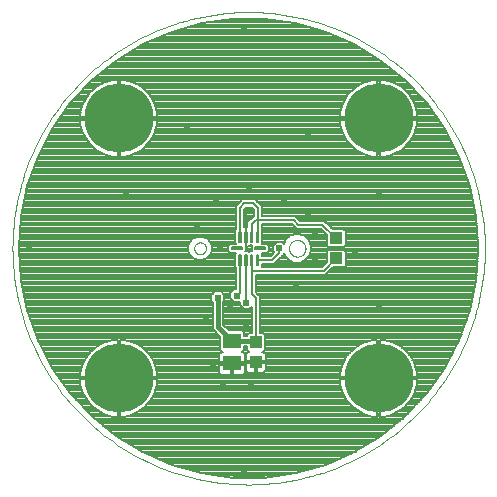
<source format=gtl>
G75*
%MOIN*%
%OFA0B0*%
%FSLAX25Y25*%
%IPPOS*%
%LPD*%
%AMOC8*
5,1,8,0,0,1.08239X$1,22.5*
%
%ADD10C,0.00394*%
%ADD11C,0.00000*%
%ADD12C,0.00591*%
%ADD13R,0.05906X0.05118*%
%ADD14R,0.03937X0.04331*%
%ADD15R,0.04331X0.03937*%
%ADD16C,0.23000*%
%ADD17C,0.00787*%
%ADD18C,0.02381*%
%ADD19C,0.01575*%
D10*
X0001394Y0080134D02*
X0001418Y0082066D01*
X0001489Y0083998D01*
X0001607Y0085926D01*
X0001773Y0087852D01*
X0001986Y0089773D01*
X0002246Y0091688D01*
X0002553Y0093596D01*
X0002907Y0095495D01*
X0003307Y0097386D01*
X0003754Y0099266D01*
X0004246Y0101135D01*
X0004785Y0102991D01*
X0005368Y0104833D01*
X0005997Y0106661D01*
X0006670Y0108472D01*
X0007388Y0110266D01*
X0008149Y0112043D01*
X0008954Y0113800D01*
X0009802Y0115536D01*
X0010692Y0117252D01*
X0011623Y0118945D01*
X0012596Y0120614D01*
X0013610Y0122260D01*
X0014664Y0123880D01*
X0015757Y0125473D01*
X0016889Y0127039D01*
X0018060Y0128577D01*
X0019267Y0130086D01*
X0020511Y0131565D01*
X0021792Y0133013D01*
X0023107Y0134428D01*
X0024456Y0135812D01*
X0025840Y0137161D01*
X0027255Y0138476D01*
X0028703Y0139757D01*
X0030182Y0141001D01*
X0031691Y0142208D01*
X0033229Y0143379D01*
X0034795Y0144511D01*
X0036388Y0145604D01*
X0038008Y0146658D01*
X0039654Y0147672D01*
X0041323Y0148645D01*
X0043016Y0149576D01*
X0044732Y0150466D01*
X0046468Y0151314D01*
X0048225Y0152119D01*
X0050002Y0152880D01*
X0051796Y0153598D01*
X0053607Y0154271D01*
X0055435Y0154900D01*
X0057277Y0155483D01*
X0059133Y0156022D01*
X0061002Y0156514D01*
X0062882Y0156961D01*
X0064773Y0157361D01*
X0066672Y0157715D01*
X0068580Y0158022D01*
X0070495Y0158282D01*
X0072416Y0158495D01*
X0074342Y0158661D01*
X0076270Y0158779D01*
X0078202Y0158850D01*
X0080134Y0158874D01*
X0082066Y0158850D01*
X0083998Y0158779D01*
X0085926Y0158661D01*
X0087852Y0158495D01*
X0089773Y0158282D01*
X0091688Y0158022D01*
X0093596Y0157715D01*
X0095495Y0157361D01*
X0097386Y0156961D01*
X0099266Y0156514D01*
X0101135Y0156022D01*
X0102991Y0155483D01*
X0104833Y0154900D01*
X0106661Y0154271D01*
X0108472Y0153598D01*
X0110266Y0152880D01*
X0112043Y0152119D01*
X0113800Y0151314D01*
X0115536Y0150466D01*
X0117252Y0149576D01*
X0118945Y0148645D01*
X0120614Y0147672D01*
X0122260Y0146658D01*
X0123880Y0145604D01*
X0125473Y0144511D01*
X0127039Y0143379D01*
X0128577Y0142208D01*
X0130086Y0141001D01*
X0131565Y0139757D01*
X0133013Y0138476D01*
X0134428Y0137161D01*
X0135812Y0135812D01*
X0137161Y0134428D01*
X0138476Y0133013D01*
X0139757Y0131565D01*
X0141001Y0130086D01*
X0142208Y0128577D01*
X0143379Y0127039D01*
X0144511Y0125473D01*
X0145604Y0123880D01*
X0146658Y0122260D01*
X0147672Y0120614D01*
X0148645Y0118945D01*
X0149576Y0117252D01*
X0150466Y0115536D01*
X0151314Y0113800D01*
X0152119Y0112043D01*
X0152880Y0110266D01*
X0153598Y0108472D01*
X0154271Y0106661D01*
X0154900Y0104833D01*
X0155483Y0102991D01*
X0156022Y0101135D01*
X0156514Y0099266D01*
X0156961Y0097386D01*
X0157361Y0095495D01*
X0157715Y0093596D01*
X0158022Y0091688D01*
X0158282Y0089773D01*
X0158495Y0087852D01*
X0158661Y0085926D01*
X0158779Y0083998D01*
X0158850Y0082066D01*
X0158874Y0080134D01*
X0158850Y0078202D01*
X0158779Y0076270D01*
X0158661Y0074342D01*
X0158495Y0072416D01*
X0158282Y0070495D01*
X0158022Y0068580D01*
X0157715Y0066672D01*
X0157361Y0064773D01*
X0156961Y0062882D01*
X0156514Y0061002D01*
X0156022Y0059133D01*
X0155483Y0057277D01*
X0154900Y0055435D01*
X0154271Y0053607D01*
X0153598Y0051796D01*
X0152880Y0050002D01*
X0152119Y0048225D01*
X0151314Y0046468D01*
X0150466Y0044732D01*
X0149576Y0043016D01*
X0148645Y0041323D01*
X0147672Y0039654D01*
X0146658Y0038008D01*
X0145604Y0036388D01*
X0144511Y0034795D01*
X0143379Y0033229D01*
X0142208Y0031691D01*
X0141001Y0030182D01*
X0139757Y0028703D01*
X0138476Y0027255D01*
X0137161Y0025840D01*
X0135812Y0024456D01*
X0134428Y0023107D01*
X0133013Y0021792D01*
X0131565Y0020511D01*
X0130086Y0019267D01*
X0128577Y0018060D01*
X0127039Y0016889D01*
X0125473Y0015757D01*
X0123880Y0014664D01*
X0122260Y0013610D01*
X0120614Y0012596D01*
X0118945Y0011623D01*
X0117252Y0010692D01*
X0115536Y0009802D01*
X0113800Y0008954D01*
X0112043Y0008149D01*
X0110266Y0007388D01*
X0108472Y0006670D01*
X0106661Y0005997D01*
X0104833Y0005368D01*
X0102991Y0004785D01*
X0101135Y0004246D01*
X0099266Y0003754D01*
X0097386Y0003307D01*
X0095495Y0002907D01*
X0093596Y0002553D01*
X0091688Y0002246D01*
X0089773Y0001986D01*
X0087852Y0001773D01*
X0085926Y0001607D01*
X0083998Y0001489D01*
X0082066Y0001418D01*
X0080134Y0001394D01*
X0078202Y0001418D01*
X0076270Y0001489D01*
X0074342Y0001607D01*
X0072416Y0001773D01*
X0070495Y0001986D01*
X0068580Y0002246D01*
X0066672Y0002553D01*
X0064773Y0002907D01*
X0062882Y0003307D01*
X0061002Y0003754D01*
X0059133Y0004246D01*
X0057277Y0004785D01*
X0055435Y0005368D01*
X0053607Y0005997D01*
X0051796Y0006670D01*
X0050002Y0007388D01*
X0048225Y0008149D01*
X0046468Y0008954D01*
X0044732Y0009802D01*
X0043016Y0010692D01*
X0041323Y0011623D01*
X0039654Y0012596D01*
X0038008Y0013610D01*
X0036388Y0014664D01*
X0034795Y0015757D01*
X0033229Y0016889D01*
X0031691Y0018060D01*
X0030182Y0019267D01*
X0028703Y0020511D01*
X0027255Y0021792D01*
X0025840Y0023107D01*
X0024456Y0024456D01*
X0023107Y0025840D01*
X0021792Y0027255D01*
X0020511Y0028703D01*
X0019267Y0030182D01*
X0018060Y0031691D01*
X0016889Y0033229D01*
X0015757Y0034795D01*
X0014664Y0036388D01*
X0013610Y0038008D01*
X0012596Y0039654D01*
X0011623Y0041323D01*
X0010692Y0043016D01*
X0009802Y0044732D01*
X0008954Y0046468D01*
X0008149Y0048225D01*
X0007388Y0050002D01*
X0006670Y0051796D01*
X0005997Y0053607D01*
X0005368Y0055435D01*
X0004785Y0057277D01*
X0004246Y0059133D01*
X0003754Y0061002D01*
X0003307Y0062882D01*
X0002907Y0064773D01*
X0002553Y0066672D01*
X0002246Y0068580D01*
X0001986Y0070495D01*
X0001773Y0072416D01*
X0001607Y0074342D01*
X0001489Y0076270D01*
X0001418Y0078202D01*
X0001394Y0080134D01*
D11*
X0061964Y0080134D02*
X0061966Y0080222D01*
X0061972Y0080310D01*
X0061982Y0080398D01*
X0061996Y0080486D01*
X0062013Y0080572D01*
X0062035Y0080658D01*
X0062060Y0080742D01*
X0062090Y0080826D01*
X0062122Y0080908D01*
X0062159Y0080988D01*
X0062199Y0081067D01*
X0062243Y0081144D01*
X0062290Y0081219D01*
X0062340Y0081291D01*
X0062394Y0081362D01*
X0062450Y0081429D01*
X0062510Y0081495D01*
X0062572Y0081557D01*
X0062638Y0081617D01*
X0062705Y0081673D01*
X0062776Y0081727D01*
X0062848Y0081777D01*
X0062923Y0081824D01*
X0063000Y0081868D01*
X0063079Y0081908D01*
X0063159Y0081945D01*
X0063241Y0081977D01*
X0063325Y0082007D01*
X0063409Y0082032D01*
X0063495Y0082054D01*
X0063581Y0082071D01*
X0063669Y0082085D01*
X0063757Y0082095D01*
X0063845Y0082101D01*
X0063933Y0082103D01*
X0064021Y0082101D01*
X0064109Y0082095D01*
X0064197Y0082085D01*
X0064285Y0082071D01*
X0064371Y0082054D01*
X0064457Y0082032D01*
X0064541Y0082007D01*
X0064625Y0081977D01*
X0064707Y0081945D01*
X0064787Y0081908D01*
X0064866Y0081868D01*
X0064943Y0081824D01*
X0065018Y0081777D01*
X0065090Y0081727D01*
X0065161Y0081673D01*
X0065228Y0081617D01*
X0065294Y0081557D01*
X0065356Y0081495D01*
X0065416Y0081429D01*
X0065472Y0081362D01*
X0065526Y0081291D01*
X0065576Y0081219D01*
X0065623Y0081144D01*
X0065667Y0081067D01*
X0065707Y0080988D01*
X0065744Y0080908D01*
X0065776Y0080826D01*
X0065806Y0080742D01*
X0065831Y0080658D01*
X0065853Y0080572D01*
X0065870Y0080486D01*
X0065884Y0080398D01*
X0065894Y0080310D01*
X0065900Y0080222D01*
X0065902Y0080134D01*
X0065900Y0080046D01*
X0065894Y0079958D01*
X0065884Y0079870D01*
X0065870Y0079782D01*
X0065853Y0079696D01*
X0065831Y0079610D01*
X0065806Y0079526D01*
X0065776Y0079442D01*
X0065744Y0079360D01*
X0065707Y0079280D01*
X0065667Y0079201D01*
X0065623Y0079124D01*
X0065576Y0079049D01*
X0065526Y0078977D01*
X0065472Y0078906D01*
X0065416Y0078839D01*
X0065356Y0078773D01*
X0065294Y0078711D01*
X0065228Y0078651D01*
X0065161Y0078595D01*
X0065090Y0078541D01*
X0065018Y0078491D01*
X0064943Y0078444D01*
X0064866Y0078400D01*
X0064787Y0078360D01*
X0064707Y0078323D01*
X0064625Y0078291D01*
X0064541Y0078261D01*
X0064457Y0078236D01*
X0064371Y0078214D01*
X0064285Y0078197D01*
X0064197Y0078183D01*
X0064109Y0078173D01*
X0064021Y0078167D01*
X0063933Y0078165D01*
X0063845Y0078167D01*
X0063757Y0078173D01*
X0063669Y0078183D01*
X0063581Y0078197D01*
X0063495Y0078214D01*
X0063409Y0078236D01*
X0063325Y0078261D01*
X0063241Y0078291D01*
X0063159Y0078323D01*
X0063079Y0078360D01*
X0063000Y0078400D01*
X0062923Y0078444D01*
X0062848Y0078491D01*
X0062776Y0078541D01*
X0062705Y0078595D01*
X0062638Y0078651D01*
X0062572Y0078711D01*
X0062510Y0078773D01*
X0062450Y0078839D01*
X0062394Y0078906D01*
X0062340Y0078977D01*
X0062290Y0079049D01*
X0062243Y0079124D01*
X0062199Y0079201D01*
X0062159Y0079280D01*
X0062122Y0079360D01*
X0062090Y0079442D01*
X0062060Y0079526D01*
X0062035Y0079610D01*
X0062013Y0079696D01*
X0061996Y0079782D01*
X0061982Y0079870D01*
X0061972Y0079958D01*
X0061966Y0080046D01*
X0061964Y0080134D01*
X0093579Y0080134D02*
X0093581Y0080239D01*
X0093587Y0080344D01*
X0093597Y0080448D01*
X0093611Y0080552D01*
X0093629Y0080656D01*
X0093651Y0080758D01*
X0093676Y0080860D01*
X0093706Y0080961D01*
X0093739Y0081060D01*
X0093776Y0081158D01*
X0093817Y0081255D01*
X0093862Y0081350D01*
X0093910Y0081443D01*
X0093961Y0081535D01*
X0094017Y0081624D01*
X0094075Y0081711D01*
X0094137Y0081796D01*
X0094201Y0081879D01*
X0094269Y0081959D01*
X0094340Y0082036D01*
X0094414Y0082110D01*
X0094491Y0082182D01*
X0094570Y0082251D01*
X0094652Y0082316D01*
X0094736Y0082379D01*
X0094823Y0082438D01*
X0094912Y0082494D01*
X0095003Y0082547D01*
X0095096Y0082596D01*
X0095190Y0082641D01*
X0095286Y0082683D01*
X0095384Y0082721D01*
X0095483Y0082755D01*
X0095584Y0082786D01*
X0095685Y0082812D01*
X0095788Y0082835D01*
X0095891Y0082854D01*
X0095995Y0082869D01*
X0096099Y0082880D01*
X0096204Y0082887D01*
X0096309Y0082890D01*
X0096414Y0082889D01*
X0096519Y0082884D01*
X0096623Y0082875D01*
X0096727Y0082862D01*
X0096831Y0082845D01*
X0096934Y0082824D01*
X0097036Y0082799D01*
X0097137Y0082771D01*
X0097236Y0082738D01*
X0097335Y0082702D01*
X0097432Y0082662D01*
X0097527Y0082619D01*
X0097621Y0082571D01*
X0097713Y0082521D01*
X0097803Y0082467D01*
X0097891Y0082409D01*
X0097976Y0082348D01*
X0098059Y0082284D01*
X0098140Y0082217D01*
X0098218Y0082147D01*
X0098293Y0082073D01*
X0098365Y0081998D01*
X0098435Y0081919D01*
X0098501Y0081838D01*
X0098565Y0081754D01*
X0098625Y0081668D01*
X0098681Y0081580D01*
X0098735Y0081489D01*
X0098785Y0081397D01*
X0098831Y0081303D01*
X0098874Y0081207D01*
X0098913Y0081109D01*
X0098948Y0081011D01*
X0098979Y0080910D01*
X0099007Y0080809D01*
X0099031Y0080707D01*
X0099051Y0080604D01*
X0099067Y0080500D01*
X0099079Y0080396D01*
X0099087Y0080291D01*
X0099091Y0080186D01*
X0099091Y0080082D01*
X0099087Y0079977D01*
X0099079Y0079872D01*
X0099067Y0079768D01*
X0099051Y0079664D01*
X0099031Y0079561D01*
X0099007Y0079459D01*
X0098979Y0079358D01*
X0098948Y0079257D01*
X0098913Y0079159D01*
X0098874Y0079061D01*
X0098831Y0078965D01*
X0098785Y0078871D01*
X0098735Y0078779D01*
X0098681Y0078688D01*
X0098625Y0078600D01*
X0098565Y0078514D01*
X0098501Y0078430D01*
X0098435Y0078349D01*
X0098365Y0078270D01*
X0098293Y0078195D01*
X0098218Y0078121D01*
X0098140Y0078051D01*
X0098059Y0077984D01*
X0097976Y0077920D01*
X0097891Y0077859D01*
X0097803Y0077801D01*
X0097713Y0077747D01*
X0097621Y0077697D01*
X0097527Y0077649D01*
X0097432Y0077606D01*
X0097335Y0077566D01*
X0097236Y0077530D01*
X0097137Y0077497D01*
X0097036Y0077469D01*
X0096934Y0077444D01*
X0096831Y0077423D01*
X0096727Y0077406D01*
X0096623Y0077393D01*
X0096519Y0077384D01*
X0096414Y0077379D01*
X0096309Y0077378D01*
X0096204Y0077381D01*
X0096099Y0077388D01*
X0095995Y0077399D01*
X0095891Y0077414D01*
X0095788Y0077433D01*
X0095685Y0077456D01*
X0095584Y0077482D01*
X0095483Y0077513D01*
X0095384Y0077547D01*
X0095286Y0077585D01*
X0095190Y0077627D01*
X0095096Y0077672D01*
X0095003Y0077721D01*
X0094912Y0077774D01*
X0094823Y0077830D01*
X0094736Y0077889D01*
X0094652Y0077952D01*
X0094570Y0078017D01*
X0094491Y0078086D01*
X0094414Y0078158D01*
X0094340Y0078232D01*
X0094269Y0078309D01*
X0094201Y0078389D01*
X0094137Y0078472D01*
X0094075Y0078557D01*
X0094017Y0078644D01*
X0093961Y0078733D01*
X0093910Y0078825D01*
X0093862Y0078918D01*
X0093817Y0079013D01*
X0093776Y0079110D01*
X0093739Y0079208D01*
X0093706Y0079307D01*
X0093676Y0079408D01*
X0093651Y0079510D01*
X0093629Y0079612D01*
X0093611Y0079716D01*
X0093597Y0079820D01*
X0093587Y0079924D01*
X0093581Y0080029D01*
X0093579Y0080134D01*
D12*
X0082398Y0079839D02*
X0082398Y0080429D01*
X0085744Y0080429D01*
X0085744Y0079839D01*
X0082398Y0079839D01*
X0082398Y0080429D02*
X0085744Y0080429D01*
X0083382Y0085744D02*
X0082792Y0085744D01*
X0083382Y0085744D02*
X0083382Y0082398D01*
X0082792Y0082398D01*
X0082792Y0085744D01*
X0082792Y0082988D02*
X0083382Y0082988D01*
X0083382Y0083578D02*
X0082792Y0083578D01*
X0082792Y0084168D02*
X0083382Y0084168D01*
X0083382Y0084758D02*
X0082792Y0084758D01*
X0082792Y0085348D02*
X0083382Y0085348D01*
X0081413Y0085744D02*
X0080823Y0085744D01*
X0081413Y0085744D02*
X0081413Y0082398D01*
X0080823Y0082398D01*
X0080823Y0085744D01*
X0080823Y0082988D02*
X0081413Y0082988D01*
X0081413Y0083578D02*
X0080823Y0083578D01*
X0080823Y0084168D02*
X0081413Y0084168D01*
X0081413Y0084758D02*
X0080823Y0084758D01*
X0080823Y0085348D02*
X0081413Y0085348D01*
X0079445Y0085744D02*
X0078855Y0085744D01*
X0079445Y0085744D02*
X0079445Y0082398D01*
X0078855Y0082398D01*
X0078855Y0085744D01*
X0078855Y0082988D02*
X0079445Y0082988D01*
X0079445Y0083578D02*
X0078855Y0083578D01*
X0078855Y0084168D02*
X0079445Y0084168D01*
X0079445Y0084758D02*
X0078855Y0084758D01*
X0078855Y0085348D02*
X0079445Y0085348D01*
X0077476Y0085744D02*
X0076886Y0085744D01*
X0077476Y0085744D02*
X0077476Y0082398D01*
X0076886Y0082398D01*
X0076886Y0085744D01*
X0076886Y0082988D02*
X0077476Y0082988D01*
X0077476Y0083578D02*
X0076886Y0083578D01*
X0076886Y0084168D02*
X0077476Y0084168D01*
X0077476Y0084758D02*
X0076886Y0084758D01*
X0076886Y0085348D02*
X0077476Y0085348D01*
X0074524Y0080429D02*
X0074524Y0079839D01*
X0074524Y0080429D02*
X0077870Y0080429D01*
X0077870Y0079839D01*
X0074524Y0079839D01*
X0074524Y0080429D02*
X0077870Y0080429D01*
X0077476Y0077870D02*
X0076886Y0077870D01*
X0077476Y0077870D02*
X0077476Y0074524D01*
X0076886Y0074524D01*
X0076886Y0077870D01*
X0076886Y0075114D02*
X0077476Y0075114D01*
X0077476Y0075704D02*
X0076886Y0075704D01*
X0076886Y0076294D02*
X0077476Y0076294D01*
X0077476Y0076884D02*
X0076886Y0076884D01*
X0076886Y0077474D02*
X0077476Y0077474D01*
X0078855Y0077870D02*
X0079445Y0077870D01*
X0079445Y0074524D01*
X0078855Y0074524D01*
X0078855Y0077870D01*
X0078855Y0075114D02*
X0079445Y0075114D01*
X0079445Y0075704D02*
X0078855Y0075704D01*
X0078855Y0076294D02*
X0079445Y0076294D01*
X0079445Y0076884D02*
X0078855Y0076884D01*
X0078855Y0077474D02*
X0079445Y0077474D01*
X0080823Y0077870D02*
X0081413Y0077870D01*
X0081413Y0074524D01*
X0080823Y0074524D01*
X0080823Y0077870D01*
X0080823Y0075114D02*
X0081413Y0075114D01*
X0081413Y0075704D02*
X0080823Y0075704D01*
X0080823Y0076294D02*
X0081413Y0076294D01*
X0081413Y0076884D02*
X0080823Y0076884D01*
X0080823Y0077474D02*
X0081413Y0077474D01*
X0082792Y0077870D02*
X0083382Y0077870D01*
X0083382Y0074524D01*
X0082792Y0074524D01*
X0082792Y0077870D01*
X0082792Y0075114D02*
X0083382Y0075114D01*
X0083382Y0075704D02*
X0082792Y0075704D01*
X0082792Y0076294D02*
X0083382Y0076294D01*
X0083382Y0076884D02*
X0082792Y0076884D01*
X0082792Y0077474D02*
X0083382Y0077474D01*
D13*
X0074622Y0049228D03*
X0074622Y0041748D03*
D14*
X0082496Y0042142D03*
X0082496Y0048835D03*
D15*
X0109268Y0076787D03*
X0109268Y0083480D03*
D16*
X0123441Y0123441D03*
X0123441Y0036827D03*
X0036827Y0036827D03*
X0036827Y0123441D03*
D17*
X0031756Y0024971D02*
X0027120Y0024971D01*
X0027854Y0024185D02*
X0034289Y0024185D01*
X0033690Y0024304D02*
X0034933Y0024057D01*
X0036193Y0023933D01*
X0036433Y0023933D01*
X0036433Y0036433D01*
X0037220Y0036433D01*
X0037220Y0023933D01*
X0037460Y0023933D01*
X0038721Y0024057D01*
X0039963Y0024304D01*
X0041176Y0024672D01*
X0042346Y0025157D01*
X0043463Y0025754D01*
X0044517Y0026458D01*
X0045496Y0027262D01*
X0046392Y0028157D01*
X0047196Y0029137D01*
X0047899Y0030190D01*
X0048497Y0031307D01*
X0048981Y0032478D01*
X0049349Y0033690D01*
X0049596Y0034933D01*
X0049720Y0036193D01*
X0049720Y0036433D01*
X0037221Y0036433D01*
X0037221Y0037220D01*
X0049720Y0037220D01*
X0049720Y0037460D01*
X0049596Y0038721D01*
X0049349Y0039963D01*
X0048981Y0041176D01*
X0048497Y0042346D01*
X0047899Y0043463D01*
X0047196Y0044517D01*
X0046392Y0045496D01*
X0045496Y0046392D01*
X0044517Y0047196D01*
X0043463Y0047899D01*
X0042346Y0048497D01*
X0041176Y0048981D01*
X0039963Y0049349D01*
X0038721Y0049596D01*
X0037460Y0049720D01*
X0037220Y0049720D01*
X0037220Y0037221D01*
X0036433Y0037221D01*
X0036433Y0049720D01*
X0036193Y0049720D01*
X0034933Y0049596D01*
X0033690Y0049349D01*
X0032478Y0048981D01*
X0031307Y0048497D01*
X0030190Y0047899D01*
X0029137Y0047196D01*
X0028157Y0046392D01*
X0027262Y0045496D01*
X0026458Y0044517D01*
X0025754Y0043463D01*
X0025157Y0042346D01*
X0024672Y0041176D01*
X0024304Y0039963D01*
X0024057Y0038721D01*
X0023933Y0037460D01*
X0023933Y0037220D01*
X0036433Y0037220D01*
X0036433Y0036433D01*
X0023933Y0036433D01*
X0023933Y0036193D01*
X0024057Y0034933D01*
X0024304Y0033690D01*
X0024672Y0032478D01*
X0025157Y0031307D01*
X0025754Y0030190D01*
X0026458Y0029137D01*
X0027262Y0028157D01*
X0028157Y0027262D01*
X0029137Y0026458D01*
X0030190Y0025754D01*
X0031307Y0025157D01*
X0032478Y0024672D01*
X0033690Y0024304D01*
X0036433Y0024185D02*
X0037220Y0024185D01*
X0037220Y0024971D02*
X0036433Y0024971D01*
X0036433Y0025757D02*
X0037220Y0025757D01*
X0037220Y0026543D02*
X0036433Y0026543D01*
X0036433Y0027329D02*
X0037220Y0027329D01*
X0037220Y0028115D02*
X0036433Y0028115D01*
X0036433Y0028901D02*
X0037220Y0028901D01*
X0037220Y0029687D02*
X0036433Y0029687D01*
X0036433Y0030472D02*
X0037220Y0030472D01*
X0037220Y0031258D02*
X0036433Y0031258D01*
X0036433Y0032044D02*
X0037220Y0032044D01*
X0037220Y0032830D02*
X0036433Y0032830D01*
X0036433Y0033616D02*
X0037220Y0033616D01*
X0037220Y0034402D02*
X0036433Y0034402D01*
X0036433Y0035188D02*
X0037220Y0035188D01*
X0037220Y0035974D02*
X0036433Y0035974D01*
X0036433Y0036760D02*
X0017239Y0036760D01*
X0016684Y0037546D02*
X0023941Y0037546D01*
X0024019Y0038332D02*
X0016129Y0038332D01*
X0015575Y0039118D02*
X0024136Y0039118D01*
X0024292Y0039903D02*
X0015020Y0039903D01*
X0014707Y0040347D02*
X0009899Y0049626D01*
X0006399Y0059474D01*
X0004272Y0069707D01*
X0003559Y0080134D01*
X0004272Y0090561D01*
X0006399Y0100793D01*
X0009899Y0110641D01*
X0014707Y0119921D01*
X0020734Y0128459D01*
X0027867Y0136097D01*
X0035975Y0142693D01*
X0044904Y0148123D01*
X0054491Y0152287D01*
X0064554Y0155107D01*
X0074908Y0156530D01*
X0085359Y0156530D01*
X0095713Y0155107D01*
X0105777Y0152287D01*
X0115363Y0148123D01*
X0124293Y0142693D01*
X0132400Y0136097D01*
X0139534Y0128459D01*
X0145561Y0119921D01*
X0150369Y0110641D01*
X0153869Y0100793D01*
X0155995Y0090561D01*
X0156709Y0080134D01*
X0155995Y0069707D01*
X0153869Y0059474D01*
X0150369Y0049626D01*
X0145561Y0040347D01*
X0139534Y0031808D01*
X0132400Y0024170D01*
X0124293Y0017575D01*
X0115363Y0012144D01*
X0105777Y0007980D01*
X0095713Y0005161D01*
X0085360Y0003738D01*
X0074908Y0003738D01*
X0064554Y0005161D01*
X0054491Y0007980D01*
X0044904Y0012144D01*
X0035975Y0017575D01*
X0027867Y0024170D01*
X0020734Y0031808D01*
X0014707Y0040347D01*
X0014529Y0040689D02*
X0024525Y0040689D01*
X0024796Y0041475D02*
X0014122Y0041475D01*
X0013715Y0042261D02*
X0025122Y0042261D01*
X0025532Y0043047D02*
X0013308Y0043047D01*
X0012900Y0043833D02*
X0026001Y0043833D01*
X0026542Y0044619D02*
X0012493Y0044619D01*
X0012086Y0045405D02*
X0027187Y0045405D01*
X0027956Y0046191D02*
X0011679Y0046191D01*
X0011272Y0046977D02*
X0028870Y0046977D01*
X0029985Y0047763D02*
X0010864Y0047763D01*
X0010457Y0048548D02*
X0031433Y0048548D01*
X0033641Y0049334D02*
X0010050Y0049334D01*
X0009723Y0050120D02*
X0070685Y0050120D01*
X0070685Y0050660D02*
X0070685Y0046262D01*
X0071262Y0045685D01*
X0071427Y0045685D01*
X0071131Y0045606D01*
X0070814Y0045422D01*
X0070554Y0045163D01*
X0070371Y0044845D01*
X0070276Y0044491D01*
X0070276Y0042142D01*
X0074228Y0042142D01*
X0074228Y0041354D01*
X0070276Y0041354D01*
X0070276Y0039005D01*
X0070371Y0038651D01*
X0070554Y0038333D01*
X0070814Y0038074D01*
X0071131Y0037890D01*
X0071486Y0037795D01*
X0074228Y0037795D01*
X0074228Y0041354D01*
X0075016Y0041354D01*
X0075016Y0042142D01*
X0078968Y0042142D01*
X0078968Y0044491D01*
X0078874Y0044845D01*
X0078690Y0045163D01*
X0078431Y0045422D01*
X0078113Y0045606D01*
X0077817Y0045685D01*
X0077982Y0045685D01*
X0078559Y0046262D01*
X0078559Y0047457D01*
X0079543Y0047457D01*
X0079543Y0046262D01*
X0080120Y0045685D01*
X0080285Y0045685D01*
X0079990Y0045606D01*
X0079672Y0045422D01*
X0079412Y0045163D01*
X0079229Y0044845D01*
X0079134Y0044491D01*
X0079134Y0042535D01*
X0082102Y0042535D01*
X0082102Y0041748D01*
X0079134Y0041748D01*
X0079134Y0039793D01*
X0079229Y0039438D01*
X0079412Y0039121D01*
X0079672Y0038861D01*
X0079990Y0038678D01*
X0080344Y0038583D01*
X0082102Y0038583D01*
X0082102Y0041748D01*
X0082890Y0041748D01*
X0082890Y0042535D01*
X0085858Y0042535D01*
X0085858Y0044491D01*
X0085763Y0044845D01*
X0085580Y0045163D01*
X0085320Y0045422D01*
X0085003Y0045606D01*
X0084707Y0045685D01*
X0084872Y0045685D01*
X0085449Y0046262D01*
X0085449Y0051408D01*
X0084872Y0051984D01*
X0083874Y0051984D01*
X0083874Y0064169D01*
X0083067Y0064976D01*
X0082496Y0065547D01*
X0082496Y0071297D01*
X0105726Y0071297D01*
X0108264Y0073835D01*
X0111841Y0073835D01*
X0112417Y0074411D01*
X0112417Y0079164D01*
X0111841Y0079740D01*
X0106695Y0079740D01*
X0106118Y0079164D01*
X0106118Y0075587D01*
X0104584Y0074053D01*
X0084661Y0074053D01*
X0084661Y0074819D01*
X0088579Y0074819D01*
X0090941Y0077181D01*
X0091748Y0077988D01*
X0091748Y0078436D01*
X0091873Y0078561D01*
X0092329Y0077458D01*
X0093658Y0076129D01*
X0095395Y0075409D01*
X0097274Y0075409D01*
X0099011Y0076129D01*
X0100340Y0077458D01*
X0101059Y0079194D01*
X0101059Y0081074D01*
X0100340Y0082810D01*
X0099011Y0084139D01*
X0097274Y0084858D01*
X0095395Y0084858D01*
X0093658Y0084139D01*
X0092329Y0082810D01*
X0091873Y0081707D01*
X0091271Y0082309D01*
X0089469Y0082309D01*
X0088195Y0081035D01*
X0088195Y0079233D01*
X0088645Y0078783D01*
X0087437Y0077575D01*
X0084661Y0077575D01*
X0084661Y0078400D01*
X0084502Y0078559D01*
X0086274Y0078559D01*
X0087024Y0079309D01*
X0087024Y0080959D01*
X0086274Y0081709D01*
X0084502Y0081709D01*
X0084661Y0081868D01*
X0084661Y0086274D01*
X0084465Y0086471D01*
X0084465Y0088205D01*
X0094524Y0088205D01*
X0095291Y0087437D01*
X0096099Y0086630D01*
X0104169Y0086630D01*
X0106118Y0084681D01*
X0106118Y0081104D01*
X0106695Y0080528D01*
X0111841Y0080528D01*
X0112417Y0081104D01*
X0112417Y0085857D01*
X0111841Y0086433D01*
X0108264Y0086433D01*
X0106118Y0088579D01*
X0105311Y0089386D01*
X0097240Y0089386D01*
X0095665Y0090961D01*
X0084661Y0090961D01*
X0084661Y0094090D01*
X0083854Y0094898D01*
X0082279Y0096472D01*
X0077988Y0096472D01*
X0077181Y0095665D01*
X0075803Y0094287D01*
X0075803Y0086471D01*
X0075606Y0086274D01*
X0075606Y0081868D01*
X0075765Y0081709D01*
X0073994Y0081709D01*
X0073244Y0080959D01*
X0073244Y0079309D01*
X0073994Y0078559D01*
X0075765Y0078559D01*
X0075606Y0078400D01*
X0075606Y0073994D01*
X0075803Y0073797D01*
X0075803Y0066561D01*
X0075296Y0066561D01*
X0074022Y0065287D01*
X0074022Y0063485D01*
X0075296Y0062211D01*
X0077098Y0062211D01*
X0077172Y0062285D01*
X0077172Y0061123D01*
X0071669Y0061123D01*
X0071669Y0060337D02*
X0077957Y0060337D01*
X0078446Y0059849D02*
X0080247Y0059849D01*
X0081118Y0060720D01*
X0081118Y0051984D01*
X0080120Y0051984D01*
X0079543Y0051408D01*
X0079543Y0051000D01*
X0078559Y0051000D01*
X0078559Y0052195D01*
X0077982Y0052772D01*
X0073584Y0052772D01*
X0071669Y0054687D01*
X0071669Y0062294D01*
X0072072Y0062698D01*
X0072072Y0064499D01*
X0070798Y0065773D01*
X0068997Y0065773D01*
X0067723Y0064499D01*
X0067723Y0062698D01*
X0068126Y0062294D01*
X0068126Y0053219D01*
X0070685Y0050660D01*
X0070439Y0050906D02*
X0009444Y0050906D01*
X0009164Y0051692D02*
X0069653Y0051692D01*
X0068867Y0052478D02*
X0008885Y0052478D01*
X0008606Y0053264D02*
X0068126Y0053264D01*
X0068126Y0054050D02*
X0008326Y0054050D01*
X0008047Y0054836D02*
X0068126Y0054836D01*
X0068126Y0055622D02*
X0007768Y0055622D01*
X0007489Y0056408D02*
X0068126Y0056408D01*
X0068126Y0057194D02*
X0007209Y0057194D01*
X0006930Y0057979D02*
X0068126Y0057979D01*
X0068126Y0058765D02*
X0006651Y0058765D01*
X0006383Y0059551D02*
X0068126Y0059551D01*
X0068126Y0060337D02*
X0006219Y0060337D01*
X0006056Y0061123D02*
X0068126Y0061123D01*
X0068126Y0061909D02*
X0005893Y0061909D01*
X0005729Y0062695D02*
X0067726Y0062695D01*
X0067723Y0063481D02*
X0005566Y0063481D01*
X0005403Y0064267D02*
X0067723Y0064267D01*
X0068276Y0065053D02*
X0005239Y0065053D01*
X0005076Y0065839D02*
X0074574Y0065839D01*
X0074022Y0065053D02*
X0071519Y0065053D01*
X0072072Y0064267D02*
X0074022Y0064267D01*
X0074026Y0063481D02*
X0072072Y0063481D01*
X0072070Y0062695D02*
X0074812Y0062695D01*
X0076197Y0064386D02*
X0077181Y0065370D01*
X0077181Y0076197D01*
X0075606Y0076055D02*
X0003838Y0076055D01*
X0003892Y0075270D02*
X0075606Y0075270D01*
X0075606Y0074484D02*
X0003946Y0074484D01*
X0003999Y0073698D02*
X0075803Y0073698D01*
X0075803Y0072912D02*
X0004053Y0072912D01*
X0004107Y0072126D02*
X0075803Y0072126D01*
X0075803Y0071340D02*
X0004161Y0071340D01*
X0004214Y0070554D02*
X0075803Y0070554D01*
X0075803Y0069768D02*
X0004268Y0069768D01*
X0004423Y0068982D02*
X0075803Y0068982D01*
X0075803Y0068196D02*
X0004586Y0068196D01*
X0004749Y0067410D02*
X0075803Y0067410D01*
X0075803Y0066624D02*
X0004913Y0066624D01*
X0003784Y0076841D02*
X0061658Y0076841D01*
X0061703Y0076796D02*
X0063150Y0076197D01*
X0064716Y0076197D01*
X0066163Y0076796D01*
X0067271Y0077904D01*
X0067870Y0079351D01*
X0067870Y0080917D01*
X0067271Y0082364D01*
X0066163Y0083471D01*
X0064716Y0084071D01*
X0063150Y0084071D01*
X0061703Y0083471D01*
X0060595Y0082364D01*
X0059996Y0080917D01*
X0059996Y0079351D01*
X0060595Y0077904D01*
X0061703Y0076796D01*
X0060872Y0077627D02*
X0003731Y0077627D01*
X0003677Y0078413D02*
X0060384Y0078413D01*
X0060059Y0079199D02*
X0003623Y0079199D01*
X0003569Y0079985D02*
X0059996Y0079985D01*
X0059996Y0080771D02*
X0003603Y0080771D01*
X0003656Y0081557D02*
X0060261Y0081557D01*
X0060587Y0082343D02*
X0003710Y0082343D01*
X0003764Y0083129D02*
X0061360Y0083129D01*
X0062773Y0083915D02*
X0003818Y0083915D01*
X0003871Y0084700D02*
X0075606Y0084700D01*
X0075606Y0083915D02*
X0065094Y0083915D01*
X0066506Y0083129D02*
X0075606Y0083129D01*
X0075606Y0082343D02*
X0067280Y0082343D01*
X0067605Y0081557D02*
X0073842Y0081557D01*
X0073244Y0080771D02*
X0067870Y0080771D01*
X0067870Y0079985D02*
X0073244Y0079985D01*
X0073354Y0079199D02*
X0067807Y0079199D01*
X0067482Y0078413D02*
X0075619Y0078413D01*
X0075606Y0077627D02*
X0066994Y0077627D01*
X0066208Y0076841D02*
X0075606Y0076841D01*
X0079150Y0076197D02*
X0079150Y0062220D01*
X0079346Y0062024D01*
X0077172Y0061909D02*
X0071669Y0061909D01*
X0071669Y0059551D02*
X0081118Y0059551D01*
X0081118Y0058765D02*
X0071669Y0058765D01*
X0071669Y0057979D02*
X0081118Y0057979D01*
X0081118Y0057194D02*
X0071669Y0057194D01*
X0071669Y0056408D02*
X0081118Y0056408D01*
X0081118Y0055622D02*
X0071669Y0055622D01*
X0071669Y0054836D02*
X0081118Y0054836D01*
X0081118Y0054050D02*
X0072306Y0054050D01*
X0073092Y0053264D02*
X0081118Y0053264D01*
X0081118Y0052478D02*
X0078276Y0052478D01*
X0078559Y0051692D02*
X0079828Y0051692D01*
X0082496Y0048835D02*
X0082496Y0063598D01*
X0081118Y0064976D01*
X0081118Y0072675D01*
X0105155Y0072675D01*
X0109268Y0076787D01*
X0112417Y0076841D02*
X0156483Y0076841D01*
X0156430Y0076055D02*
X0112417Y0076055D01*
X0112417Y0075270D02*
X0156376Y0075270D01*
X0156322Y0074484D02*
X0112417Y0074484D01*
X0112417Y0077627D02*
X0156537Y0077627D01*
X0156591Y0078413D02*
X0112417Y0078413D01*
X0112382Y0079199D02*
X0156645Y0079199D01*
X0156698Y0079985D02*
X0101059Y0079985D01*
X0101059Y0080771D02*
X0106451Y0080771D01*
X0106118Y0081557D02*
X0100859Y0081557D01*
X0100533Y0082343D02*
X0106118Y0082343D01*
X0106118Y0083129D02*
X0100021Y0083129D01*
X0099235Y0083915D02*
X0106118Y0083915D01*
X0106099Y0084700D02*
X0097655Y0084700D01*
X0095014Y0084700D02*
X0084661Y0084700D01*
X0084661Y0083915D02*
X0093434Y0083915D01*
X0092648Y0083129D02*
X0084661Y0083129D01*
X0084661Y0082343D02*
X0092136Y0082343D01*
X0090370Y0080134D02*
X0090370Y0078559D01*
X0088008Y0076197D01*
X0083087Y0076197D01*
X0081118Y0076197D02*
X0081118Y0072675D01*
X0082496Y0070554D02*
X0156053Y0070554D01*
X0156000Y0069768D02*
X0082496Y0069768D01*
X0082496Y0068982D02*
X0155845Y0068982D01*
X0155995Y0069707D02*
X0155995Y0069707D01*
X0155682Y0068196D02*
X0082496Y0068196D01*
X0082496Y0067410D02*
X0155518Y0067410D01*
X0155355Y0066624D02*
X0082496Y0066624D01*
X0082496Y0065839D02*
X0155192Y0065839D01*
X0155028Y0065053D02*
X0082991Y0065053D01*
X0083776Y0064267D02*
X0154865Y0064267D01*
X0154702Y0063481D02*
X0083874Y0063481D01*
X0083874Y0062695D02*
X0154538Y0062695D01*
X0154375Y0061909D02*
X0083874Y0061909D01*
X0083874Y0061123D02*
X0154212Y0061123D01*
X0154048Y0060337D02*
X0083874Y0060337D01*
X0083874Y0059551D02*
X0153885Y0059551D01*
X0153617Y0058765D02*
X0083874Y0058765D01*
X0083874Y0057979D02*
X0153338Y0057979D01*
X0153059Y0057194D02*
X0083874Y0057194D01*
X0083874Y0056408D02*
X0152779Y0056408D01*
X0152500Y0055622D02*
X0083874Y0055622D01*
X0083874Y0054836D02*
X0152221Y0054836D01*
X0151941Y0054050D02*
X0083874Y0054050D01*
X0083874Y0053264D02*
X0151662Y0053264D01*
X0151383Y0052478D02*
X0083874Y0052478D01*
X0085164Y0051692D02*
X0151103Y0051692D01*
X0150824Y0050906D02*
X0085449Y0050906D01*
X0085449Y0050120D02*
X0150545Y0050120D01*
X0150218Y0049334D02*
X0126626Y0049334D01*
X0126578Y0049349D02*
X0127790Y0048981D01*
X0128960Y0048497D01*
X0130078Y0047899D01*
X0131131Y0047196D01*
X0132110Y0046392D01*
X0133006Y0045496D01*
X0133810Y0044517D01*
X0134514Y0043463D01*
X0135111Y0042346D01*
X0135596Y0041176D01*
X0135963Y0039963D01*
X0136210Y0038721D01*
X0136335Y0037460D01*
X0136335Y0037220D01*
X0123835Y0037220D01*
X0123835Y0036433D01*
X0136335Y0036433D01*
X0136335Y0036193D01*
X0136210Y0034933D01*
X0135963Y0033690D01*
X0135596Y0032478D01*
X0135111Y0031307D01*
X0134514Y0030190D01*
X0133810Y0029137D01*
X0133006Y0028157D01*
X0132110Y0027262D01*
X0131131Y0026458D01*
X0130078Y0025754D01*
X0128960Y0025157D01*
X0127790Y0024672D01*
X0126578Y0024304D01*
X0125335Y0024057D01*
X0124074Y0023933D01*
X0123835Y0023933D01*
X0123835Y0036433D01*
X0123047Y0036433D01*
X0110547Y0036433D01*
X0110547Y0036193D01*
X0110671Y0034933D01*
X0110919Y0033690D01*
X0111286Y0032478D01*
X0111771Y0031307D01*
X0112368Y0030190D01*
X0113072Y0029137D01*
X0113876Y0028157D01*
X0114772Y0027262D01*
X0115751Y0026458D01*
X0116804Y0025754D01*
X0117922Y0025157D01*
X0119092Y0024672D01*
X0120304Y0024304D01*
X0121547Y0024057D01*
X0122808Y0023933D01*
X0123047Y0023933D01*
X0123047Y0036433D01*
X0123047Y0037220D01*
X0110547Y0037220D01*
X0110547Y0037460D01*
X0110671Y0038721D01*
X0110919Y0039963D01*
X0111286Y0041176D01*
X0111771Y0042346D01*
X0112368Y0043463D01*
X0113072Y0044517D01*
X0113876Y0045496D01*
X0114772Y0046392D01*
X0115751Y0047196D01*
X0116804Y0047899D01*
X0117922Y0048497D01*
X0119092Y0048981D01*
X0120304Y0049349D01*
X0121547Y0049596D01*
X0122808Y0049720D01*
X0123047Y0049720D01*
X0123047Y0037221D01*
X0123835Y0037221D01*
X0123835Y0049720D01*
X0124074Y0049720D01*
X0125335Y0049596D01*
X0126578Y0049349D01*
X0123835Y0049334D02*
X0123047Y0049334D01*
X0123047Y0048548D02*
X0123835Y0048548D01*
X0123835Y0047763D02*
X0123047Y0047763D01*
X0123047Y0046977D02*
X0123835Y0046977D01*
X0123835Y0046191D02*
X0123047Y0046191D01*
X0123047Y0045405D02*
X0123835Y0045405D01*
X0123835Y0044619D02*
X0123047Y0044619D01*
X0123047Y0043833D02*
X0123835Y0043833D01*
X0123835Y0043047D02*
X0123047Y0043047D01*
X0123047Y0042261D02*
X0123835Y0042261D01*
X0123835Y0041475D02*
X0123047Y0041475D01*
X0123047Y0040689D02*
X0123835Y0040689D01*
X0123835Y0039903D02*
X0123047Y0039903D01*
X0123047Y0039118D02*
X0123835Y0039118D01*
X0123835Y0038332D02*
X0123047Y0038332D01*
X0123047Y0037546D02*
X0123835Y0037546D01*
X0123835Y0036760D02*
X0143029Y0036760D01*
X0143584Y0037546D02*
X0136326Y0037546D01*
X0136249Y0038332D02*
X0144138Y0038332D01*
X0144693Y0039118D02*
X0136132Y0039118D01*
X0135975Y0039903D02*
X0145248Y0039903D01*
X0145738Y0040689D02*
X0135743Y0040689D01*
X0135472Y0041475D02*
X0146146Y0041475D01*
X0146553Y0042261D02*
X0135146Y0042261D01*
X0134736Y0043047D02*
X0146960Y0043047D01*
X0147367Y0043833D02*
X0134267Y0043833D01*
X0133726Y0044619D02*
X0147774Y0044619D01*
X0148182Y0045405D02*
X0133081Y0045405D01*
X0132311Y0046191D02*
X0148589Y0046191D01*
X0148996Y0046977D02*
X0131398Y0046977D01*
X0130282Y0047763D02*
X0149403Y0047763D01*
X0149811Y0048548D02*
X0128835Y0048548D01*
X0120256Y0049334D02*
X0085449Y0049334D01*
X0085449Y0048548D02*
X0118047Y0048548D01*
X0116599Y0047763D02*
X0085449Y0047763D01*
X0085449Y0046977D02*
X0115484Y0046977D01*
X0114570Y0046191D02*
X0085378Y0046191D01*
X0085338Y0045405D02*
X0113801Y0045405D01*
X0113156Y0044619D02*
X0085824Y0044619D01*
X0085858Y0043833D02*
X0112615Y0043833D01*
X0112146Y0043047D02*
X0085858Y0043047D01*
X0085858Y0041748D02*
X0082890Y0041748D01*
X0082890Y0038583D01*
X0084648Y0038583D01*
X0085003Y0038678D01*
X0085320Y0038861D01*
X0085580Y0039121D01*
X0085763Y0039438D01*
X0085858Y0039793D01*
X0085858Y0041748D01*
X0085858Y0041475D02*
X0111410Y0041475D01*
X0111139Y0040689D02*
X0085858Y0040689D01*
X0085858Y0039903D02*
X0110907Y0039903D01*
X0110750Y0039118D02*
X0085577Y0039118D01*
X0082890Y0039118D02*
X0082102Y0039118D01*
X0082102Y0039903D02*
X0082890Y0039903D01*
X0082890Y0040689D02*
X0082102Y0040689D01*
X0082102Y0041475D02*
X0082890Y0041475D01*
X0082890Y0042261D02*
X0111736Y0042261D01*
X0110633Y0038332D02*
X0078688Y0038332D01*
X0078690Y0038333D02*
X0078874Y0038651D01*
X0078968Y0039005D01*
X0078968Y0041354D01*
X0075016Y0041354D01*
X0075016Y0037795D01*
X0077758Y0037795D01*
X0078113Y0037890D01*
X0078431Y0038074D01*
X0078690Y0038333D01*
X0078968Y0039118D02*
X0079415Y0039118D01*
X0079134Y0039903D02*
X0078968Y0039903D01*
X0078968Y0040689D02*
X0079134Y0040689D01*
X0079134Y0041475D02*
X0075016Y0041475D01*
X0075016Y0040689D02*
X0074228Y0040689D01*
X0074228Y0039903D02*
X0075016Y0039903D01*
X0075016Y0039118D02*
X0074228Y0039118D01*
X0074228Y0038332D02*
X0075016Y0038332D01*
X0074228Y0041475D02*
X0048857Y0041475D01*
X0049129Y0040689D02*
X0070276Y0040689D01*
X0070276Y0039903D02*
X0049361Y0039903D01*
X0049517Y0039118D02*
X0070276Y0039118D01*
X0070556Y0038332D02*
X0049635Y0038332D01*
X0049712Y0037546D02*
X0110556Y0037546D01*
X0110569Y0035974D02*
X0049699Y0035974D01*
X0049621Y0035188D02*
X0110646Y0035188D01*
X0110777Y0034402D02*
X0049491Y0034402D01*
X0049327Y0033616D02*
X0110941Y0033616D01*
X0111179Y0032830D02*
X0049088Y0032830D01*
X0048802Y0032044D02*
X0111466Y0032044D01*
X0111797Y0031258D02*
X0048470Y0031258D01*
X0048050Y0030472D02*
X0112217Y0030472D01*
X0112705Y0029687D02*
X0047563Y0029687D01*
X0047002Y0028901D02*
X0113266Y0028901D01*
X0113919Y0028115D02*
X0046349Y0028115D01*
X0045563Y0027329D02*
X0114704Y0027329D01*
X0115647Y0026543D02*
X0044620Y0026543D01*
X0043468Y0025757D02*
X0116800Y0025757D01*
X0118370Y0024971D02*
X0041897Y0024971D01*
X0039364Y0024185D02*
X0120904Y0024185D01*
X0123047Y0024185D02*
X0123835Y0024185D01*
X0123835Y0024971D02*
X0123047Y0024971D01*
X0123047Y0025757D02*
X0123835Y0025757D01*
X0123835Y0026543D02*
X0123047Y0026543D01*
X0123047Y0027329D02*
X0123835Y0027329D01*
X0123835Y0028115D02*
X0123047Y0028115D01*
X0123047Y0028901D02*
X0123835Y0028901D01*
X0123835Y0029687D02*
X0123047Y0029687D01*
X0123047Y0030472D02*
X0123835Y0030472D01*
X0123835Y0031258D02*
X0123047Y0031258D01*
X0123047Y0032044D02*
X0123835Y0032044D01*
X0123835Y0032830D02*
X0123047Y0032830D01*
X0123047Y0033616D02*
X0123835Y0033616D01*
X0123835Y0034402D02*
X0123047Y0034402D01*
X0123047Y0035188D02*
X0123835Y0035188D01*
X0123835Y0035974D02*
X0123047Y0035974D01*
X0123047Y0036760D02*
X0037221Y0036760D01*
X0037220Y0037546D02*
X0036433Y0037546D01*
X0036433Y0038332D02*
X0037220Y0038332D01*
X0037220Y0039118D02*
X0036433Y0039118D01*
X0036433Y0039903D02*
X0037220Y0039903D01*
X0037220Y0040689D02*
X0036433Y0040689D01*
X0036433Y0041475D02*
X0037220Y0041475D01*
X0037220Y0042261D02*
X0036433Y0042261D01*
X0036433Y0043047D02*
X0037220Y0043047D01*
X0037220Y0043833D02*
X0036433Y0043833D01*
X0036433Y0044619D02*
X0037220Y0044619D01*
X0037220Y0045405D02*
X0036433Y0045405D01*
X0036433Y0046191D02*
X0037220Y0046191D01*
X0037220Y0046977D02*
X0036433Y0046977D01*
X0036433Y0047763D02*
X0037220Y0047763D01*
X0037220Y0048548D02*
X0036433Y0048548D01*
X0036433Y0049334D02*
X0037220Y0049334D01*
X0040012Y0049334D02*
X0070685Y0049334D01*
X0070685Y0048548D02*
X0042221Y0048548D01*
X0043668Y0047763D02*
X0070685Y0047763D01*
X0070685Y0046977D02*
X0044784Y0046977D01*
X0045697Y0046191D02*
X0070756Y0046191D01*
X0070796Y0045405D02*
X0046467Y0045405D01*
X0047112Y0044619D02*
X0070310Y0044619D01*
X0070276Y0043833D02*
X0047652Y0043833D01*
X0048122Y0043047D02*
X0070276Y0043047D01*
X0070276Y0042261D02*
X0048532Y0042261D01*
X0030186Y0025757D02*
X0026386Y0025757D01*
X0025652Y0026543D02*
X0029033Y0026543D01*
X0028090Y0027329D02*
X0024918Y0027329D01*
X0024184Y0028115D02*
X0027304Y0028115D01*
X0026652Y0028901D02*
X0023450Y0028901D01*
X0022716Y0029687D02*
X0026091Y0029687D01*
X0025603Y0030472D02*
X0021982Y0030472D01*
X0021248Y0031258D02*
X0025183Y0031258D01*
X0024852Y0032044D02*
X0020567Y0032044D01*
X0020013Y0032830D02*
X0024565Y0032830D01*
X0024327Y0033616D02*
X0019458Y0033616D01*
X0018903Y0034402D02*
X0024163Y0034402D01*
X0024032Y0035188D02*
X0018348Y0035188D01*
X0017794Y0035974D02*
X0023955Y0035974D01*
X0028815Y0023399D02*
X0131453Y0023399D01*
X0132414Y0024185D02*
X0125978Y0024185D01*
X0128512Y0024971D02*
X0133148Y0024971D01*
X0133882Y0025757D02*
X0130082Y0025757D01*
X0131234Y0026543D02*
X0134616Y0026543D01*
X0135350Y0027329D02*
X0132177Y0027329D01*
X0132963Y0028115D02*
X0136084Y0028115D01*
X0136818Y0028901D02*
X0133616Y0028901D01*
X0134177Y0029687D02*
X0137552Y0029687D01*
X0138286Y0030472D02*
X0134665Y0030472D01*
X0135085Y0031258D02*
X0139020Y0031258D01*
X0139700Y0032044D02*
X0135416Y0032044D01*
X0135702Y0032830D02*
X0140255Y0032830D01*
X0140810Y0033616D02*
X0135941Y0033616D01*
X0136105Y0034402D02*
X0141365Y0034402D01*
X0141919Y0035188D02*
X0136236Y0035188D01*
X0136313Y0035974D02*
X0142474Y0035974D01*
X0130487Y0022613D02*
X0029781Y0022613D01*
X0030747Y0021827D02*
X0129521Y0021827D01*
X0128555Y0021042D02*
X0031713Y0021042D01*
X0032679Y0020256D02*
X0127589Y0020256D01*
X0126623Y0019470D02*
X0033645Y0019470D01*
X0034611Y0018684D02*
X0125656Y0018684D01*
X0124690Y0017898D02*
X0035577Y0017898D01*
X0036735Y0017112D02*
X0123532Y0017112D01*
X0122240Y0016326D02*
X0038028Y0016326D01*
X0039320Y0015540D02*
X0120948Y0015540D01*
X0119655Y0014754D02*
X0040613Y0014754D01*
X0041905Y0013968D02*
X0118363Y0013968D01*
X0117070Y0013182D02*
X0043197Y0013182D01*
X0044490Y0012396D02*
X0115778Y0012396D01*
X0114135Y0011611D02*
X0046133Y0011611D01*
X0047942Y0010825D02*
X0112325Y0010825D01*
X0110516Y0010039D02*
X0049752Y0010039D01*
X0051561Y0009253D02*
X0108707Y0009253D01*
X0106897Y0008467D02*
X0053370Y0008467D01*
X0055559Y0007681D02*
X0104709Y0007681D01*
X0101904Y0006895D02*
X0058364Y0006895D01*
X0061169Y0006109D02*
X0099099Y0006109D01*
X0096294Y0005323D02*
X0063974Y0005323D01*
X0069089Y0004537D02*
X0091178Y0004537D01*
X0085460Y0003751D02*
X0074807Y0003751D01*
X0078968Y0042261D02*
X0082102Y0042261D01*
X0079134Y0043047D02*
X0078968Y0043047D01*
X0078968Y0043833D02*
X0079134Y0043833D01*
X0079168Y0044619D02*
X0078934Y0044619D01*
X0078448Y0045405D02*
X0079654Y0045405D01*
X0079614Y0046191D02*
X0078488Y0046191D01*
X0078559Y0046977D02*
X0079543Y0046977D01*
X0078446Y0059849D02*
X0077172Y0061123D01*
X0080736Y0060337D02*
X0081118Y0060337D01*
X0084661Y0074484D02*
X0105015Y0074484D01*
X0105801Y0075270D02*
X0089029Y0075270D01*
X0089815Y0076055D02*
X0093835Y0076055D01*
X0092946Y0076841D02*
X0090601Y0076841D01*
X0091387Y0077627D02*
X0092259Y0077627D01*
X0091934Y0078413D02*
X0091748Y0078413D01*
X0088275Y0078413D02*
X0084648Y0078413D01*
X0084661Y0077627D02*
X0087490Y0077627D01*
X0086914Y0079199D02*
X0088229Y0079199D01*
X0088195Y0079985D02*
X0087024Y0079985D01*
X0087024Y0080771D02*
X0088195Y0080771D01*
X0088717Y0081557D02*
X0086426Y0081557D01*
X0083087Y0084071D02*
X0083087Y0089386D01*
X0083283Y0089583D01*
X0083283Y0093520D01*
X0081709Y0095094D01*
X0078559Y0095094D01*
X0077181Y0093717D01*
X0077181Y0084071D01*
X0079150Y0084071D02*
X0079150Y0087433D01*
X0079150Y0084071D01*
X0079150Y0084071D01*
X0079150Y0091748D01*
X0080134Y0092732D01*
X0079130Y0093717D02*
X0081138Y0093717D01*
X0081906Y0092949D01*
X0081906Y0090941D01*
X0081118Y0090153D01*
X0079740Y0088775D01*
X0079740Y0087414D01*
X0079667Y0087433D01*
X0079150Y0087433D01*
X0078632Y0087433D01*
X0078559Y0087414D01*
X0078559Y0093146D01*
X0079130Y0093717D01*
X0078759Y0093346D02*
X0081509Y0093346D01*
X0081906Y0092560D02*
X0078559Y0092560D01*
X0078559Y0091774D02*
X0081906Y0091774D01*
X0081906Y0090988D02*
X0078559Y0090988D01*
X0078559Y0090202D02*
X0081167Y0090202D01*
X0080381Y0089416D02*
X0078559Y0089416D01*
X0078559Y0088630D02*
X0079740Y0088630D01*
X0079740Y0087844D02*
X0078559Y0087844D01*
X0079150Y0087058D02*
X0079150Y0087058D01*
X0079150Y0086272D02*
X0079150Y0086272D01*
X0079150Y0085486D02*
X0079150Y0085486D01*
X0079150Y0084700D02*
X0079150Y0084700D01*
X0079150Y0084071D02*
X0079150Y0080959D01*
X0079150Y0080959D01*
X0079150Y0079309D01*
X0078991Y0079150D01*
X0079975Y0079150D01*
X0080134Y0078991D01*
X0080293Y0079150D01*
X0081277Y0079150D01*
X0081118Y0079309D01*
X0081118Y0080959D01*
X0081277Y0081118D01*
X0080554Y0081118D01*
X0080482Y0081046D01*
X0080097Y0080824D01*
X0079667Y0080709D01*
X0079150Y0080709D01*
X0079150Y0084071D01*
X0079150Y0084071D01*
X0079150Y0083915D02*
X0079150Y0083915D01*
X0079150Y0083129D02*
X0079150Y0083129D01*
X0079150Y0082343D02*
X0079150Y0082343D01*
X0079150Y0081557D02*
X0079150Y0081557D01*
X0079150Y0080771D02*
X0079150Y0080771D01*
X0079900Y0080771D02*
X0081118Y0080771D01*
X0081118Y0079985D02*
X0079150Y0079985D01*
X0079040Y0079199D02*
X0081228Y0079199D01*
X0081118Y0084071D02*
X0081118Y0088205D01*
X0082496Y0089583D01*
X0083283Y0089583D01*
X0095094Y0089583D01*
X0096669Y0088008D01*
X0104740Y0088008D01*
X0109268Y0083480D01*
X0112002Y0086272D02*
X0156289Y0086272D01*
X0156343Y0085486D02*
X0112417Y0085486D01*
X0112417Y0084700D02*
X0156396Y0084700D01*
X0156450Y0083915D02*
X0112417Y0083915D01*
X0112417Y0083129D02*
X0156504Y0083129D01*
X0156558Y0082343D02*
X0112417Y0082343D01*
X0112417Y0081557D02*
X0156611Y0081557D01*
X0156665Y0080771D02*
X0112084Y0080771D01*
X0106154Y0079199D02*
X0101059Y0079199D01*
X0100736Y0078413D02*
X0106118Y0078413D01*
X0106118Y0077627D02*
X0100410Y0077627D01*
X0099723Y0076841D02*
X0106118Y0076841D01*
X0106118Y0076055D02*
X0098834Y0076055D01*
X0105769Y0071340D02*
X0156107Y0071340D01*
X0156161Y0072126D02*
X0106555Y0072126D01*
X0107341Y0072912D02*
X0156215Y0072912D01*
X0156268Y0073698D02*
X0108127Y0073698D01*
X0105313Y0085486D02*
X0084661Y0085486D01*
X0084661Y0086272D02*
X0104527Y0086272D01*
X0106853Y0087844D02*
X0156181Y0087844D01*
X0156235Y0087058D02*
X0107639Y0087058D01*
X0106118Y0088579D02*
X0106118Y0088579D01*
X0106067Y0088630D02*
X0156127Y0088630D01*
X0156074Y0089416D02*
X0097210Y0089416D01*
X0096424Y0090202D02*
X0156020Y0090202D01*
X0155907Y0090988D02*
X0084661Y0090988D01*
X0084661Y0091774D02*
X0155743Y0091774D01*
X0155580Y0092560D02*
X0084661Y0092560D01*
X0084661Y0093346D02*
X0155417Y0093346D01*
X0155253Y0094131D02*
X0084620Y0094131D01*
X0083835Y0094917D02*
X0155090Y0094917D01*
X0154927Y0095703D02*
X0083049Y0095703D01*
X0077219Y0095703D02*
X0005341Y0095703D01*
X0005178Y0094917D02*
X0076433Y0094917D01*
X0075803Y0094131D02*
X0005014Y0094131D01*
X0004851Y0093346D02*
X0075803Y0093346D01*
X0075803Y0092560D02*
X0004688Y0092560D01*
X0004524Y0091774D02*
X0075803Y0091774D01*
X0075803Y0090988D02*
X0004361Y0090988D01*
X0004248Y0090202D02*
X0075803Y0090202D01*
X0075803Y0089416D02*
X0004194Y0089416D01*
X0004140Y0088630D02*
X0075803Y0088630D01*
X0075803Y0087844D02*
X0004086Y0087844D01*
X0004033Y0087058D02*
X0075803Y0087058D01*
X0075606Y0086272D02*
X0003979Y0086272D01*
X0003925Y0085486D02*
X0075606Y0085486D01*
X0084465Y0087058D02*
X0095670Y0087058D01*
X0094884Y0087844D02*
X0084465Y0087844D01*
X0113876Y0114772D02*
X0113072Y0115751D01*
X0112368Y0116804D01*
X0111771Y0117922D01*
X0111286Y0119092D01*
X0110919Y0120304D01*
X0110671Y0121547D01*
X0110547Y0122808D01*
X0110547Y0123047D01*
X0123047Y0123047D01*
X0123835Y0123047D01*
X0123835Y0123835D01*
X0136335Y0123835D01*
X0136335Y0124074D01*
X0136210Y0125335D01*
X0135963Y0126578D01*
X0135596Y0127790D01*
X0135111Y0128960D01*
X0134514Y0130078D01*
X0133810Y0131131D01*
X0133006Y0132110D01*
X0132110Y0133006D01*
X0131131Y0133810D01*
X0130078Y0134514D01*
X0128960Y0135111D01*
X0127790Y0135596D01*
X0126578Y0135963D01*
X0125335Y0136210D01*
X0124074Y0136335D01*
X0123835Y0136335D01*
X0123835Y0123835D01*
X0123047Y0123835D01*
X0123047Y0136335D01*
X0122808Y0136335D01*
X0121547Y0136210D01*
X0120304Y0135963D01*
X0119092Y0135596D01*
X0117922Y0135111D01*
X0116804Y0134514D01*
X0115751Y0133810D01*
X0114772Y0133006D01*
X0113876Y0132110D01*
X0113072Y0131131D01*
X0112368Y0130078D01*
X0111771Y0128960D01*
X0111286Y0127790D01*
X0110919Y0126578D01*
X0110671Y0125335D01*
X0110547Y0124074D01*
X0110547Y0123835D01*
X0123047Y0123835D01*
X0123047Y0123047D01*
X0123047Y0110547D01*
X0122808Y0110547D01*
X0121547Y0110671D01*
X0120304Y0110919D01*
X0119092Y0111286D01*
X0117922Y0111771D01*
X0116804Y0112368D01*
X0115751Y0113072D01*
X0114772Y0113876D01*
X0113876Y0114772D01*
X0114082Y0114565D02*
X0046185Y0114565D01*
X0046392Y0114772D02*
X0047196Y0115751D01*
X0047899Y0116804D01*
X0048497Y0117922D01*
X0048981Y0119092D01*
X0049349Y0120304D01*
X0049596Y0121547D01*
X0049720Y0122808D01*
X0049720Y0123047D01*
X0037221Y0123047D01*
X0037221Y0123835D01*
X0049720Y0123835D01*
X0049720Y0124074D01*
X0049596Y0125335D01*
X0049349Y0126578D01*
X0048981Y0127790D01*
X0048497Y0128960D01*
X0047899Y0130078D01*
X0047196Y0131131D01*
X0046392Y0132110D01*
X0045496Y0133006D01*
X0044517Y0133810D01*
X0043463Y0134514D01*
X0042346Y0135111D01*
X0041176Y0135596D01*
X0039963Y0135963D01*
X0038721Y0136210D01*
X0037460Y0136335D01*
X0037220Y0136335D01*
X0037220Y0123835D01*
X0036433Y0123835D01*
X0036433Y0136335D01*
X0036193Y0136335D01*
X0034933Y0136210D01*
X0033690Y0135963D01*
X0032478Y0135596D01*
X0031307Y0135111D01*
X0030190Y0134514D01*
X0029137Y0133810D01*
X0028157Y0133006D01*
X0027262Y0132110D01*
X0026458Y0131131D01*
X0025754Y0130078D01*
X0025157Y0128960D01*
X0024672Y0127790D01*
X0024304Y0126578D01*
X0024057Y0125335D01*
X0023933Y0124074D01*
X0023933Y0123835D01*
X0036433Y0123835D01*
X0036433Y0123047D01*
X0037220Y0123047D01*
X0037220Y0110547D01*
X0037460Y0110547D01*
X0038721Y0110671D01*
X0039963Y0110919D01*
X0041176Y0111286D01*
X0042346Y0111771D01*
X0043463Y0112368D01*
X0044517Y0113072D01*
X0045496Y0113876D01*
X0046392Y0114772D01*
X0046867Y0115351D02*
X0113400Y0115351D01*
X0112814Y0116137D02*
X0047454Y0116137D01*
X0047963Y0116923D02*
X0112305Y0116923D01*
X0111885Y0117709D02*
X0048383Y0117709D01*
X0048734Y0118495D02*
X0111534Y0118495D01*
X0111229Y0119281D02*
X0049039Y0119281D01*
X0049277Y0120067D02*
X0110991Y0120067D01*
X0110810Y0120852D02*
X0049458Y0120852D01*
X0049605Y0121638D02*
X0110662Y0121638D01*
X0110585Y0122424D02*
X0049683Y0122424D01*
X0049720Y0123996D02*
X0110547Y0123996D01*
X0110617Y0124782D02*
X0049651Y0124782D01*
X0049550Y0125568D02*
X0110718Y0125568D01*
X0110874Y0126354D02*
X0049394Y0126354D01*
X0049179Y0127140D02*
X0111089Y0127140D01*
X0111343Y0127926D02*
X0048925Y0127926D01*
X0048600Y0128712D02*
X0111668Y0128712D01*
X0112058Y0129498D02*
X0048209Y0129498D01*
X0047762Y0130283D02*
X0112506Y0130283D01*
X0113031Y0131069D02*
X0047237Y0131069D01*
X0046601Y0131855D02*
X0113667Y0131855D01*
X0114407Y0132641D02*
X0045861Y0132641D01*
X0044983Y0133427D02*
X0115285Y0133427D01*
X0116354Y0134213D02*
X0043913Y0134213D01*
X0042555Y0134999D02*
X0117712Y0134999D01*
X0119716Y0135785D02*
X0040552Y0135785D01*
X0037220Y0135785D02*
X0036433Y0135785D01*
X0036433Y0134999D02*
X0037220Y0134999D01*
X0037220Y0134213D02*
X0036433Y0134213D01*
X0036433Y0133427D02*
X0037220Y0133427D01*
X0037220Y0132641D02*
X0036433Y0132641D01*
X0036433Y0131855D02*
X0037220Y0131855D01*
X0037220Y0131069D02*
X0036433Y0131069D01*
X0036433Y0130283D02*
X0037220Y0130283D01*
X0037220Y0129498D02*
X0036433Y0129498D01*
X0036433Y0128712D02*
X0037220Y0128712D01*
X0037220Y0127926D02*
X0036433Y0127926D01*
X0036433Y0127140D02*
X0037220Y0127140D01*
X0037220Y0126354D02*
X0036433Y0126354D01*
X0036433Y0125568D02*
X0037220Y0125568D01*
X0037220Y0124782D02*
X0036433Y0124782D01*
X0036433Y0123996D02*
X0037220Y0123996D01*
X0037221Y0123210D02*
X0123047Y0123210D01*
X0123047Y0122424D02*
X0123835Y0122424D01*
X0123835Y0123047D02*
X0123835Y0110547D01*
X0124074Y0110547D01*
X0125335Y0110671D01*
X0126578Y0110919D01*
X0127790Y0111286D01*
X0128960Y0111771D01*
X0130078Y0112368D01*
X0131131Y0113072D01*
X0132110Y0113876D01*
X0133006Y0114772D01*
X0133810Y0115751D01*
X0134514Y0116804D01*
X0135111Y0117922D01*
X0135596Y0119092D01*
X0135963Y0120304D01*
X0136210Y0121547D01*
X0136335Y0122808D01*
X0136335Y0123047D01*
X0123835Y0123047D01*
X0123835Y0123210D02*
X0143239Y0123210D01*
X0143794Y0122424D02*
X0136297Y0122424D01*
X0136219Y0121638D02*
X0144349Y0121638D01*
X0144903Y0120852D02*
X0136072Y0120852D01*
X0135891Y0120067D02*
X0145458Y0120067D01*
X0145893Y0119281D02*
X0135653Y0119281D01*
X0135348Y0118495D02*
X0146300Y0118495D01*
X0146707Y0117709D02*
X0134997Y0117709D01*
X0134577Y0116923D02*
X0147114Y0116923D01*
X0147522Y0116137D02*
X0134068Y0116137D01*
X0133482Y0115351D02*
X0147929Y0115351D01*
X0148336Y0114565D02*
X0132800Y0114565D01*
X0131993Y0113779D02*
X0148743Y0113779D01*
X0149150Y0112993D02*
X0131013Y0112993D01*
X0129777Y0112207D02*
X0149558Y0112207D01*
X0149965Y0111422D02*
X0128116Y0111422D01*
X0124971Y0110636D02*
X0150371Y0110636D01*
X0150650Y0109850D02*
X0009617Y0109850D01*
X0009897Y0110636D02*
X0035296Y0110636D01*
X0034933Y0110671D02*
X0036193Y0110547D01*
X0036433Y0110547D01*
X0036433Y0123047D01*
X0023933Y0123047D01*
X0023933Y0122808D01*
X0024057Y0121547D01*
X0024304Y0120304D01*
X0024672Y0119092D01*
X0025157Y0117922D01*
X0025754Y0116804D01*
X0026458Y0115751D01*
X0027262Y0114772D01*
X0028157Y0113876D01*
X0029137Y0113072D01*
X0030190Y0112368D01*
X0031307Y0111771D01*
X0032478Y0111286D01*
X0033690Y0110919D01*
X0034933Y0110671D01*
X0036433Y0110636D02*
X0037220Y0110636D01*
X0037220Y0111422D02*
X0036433Y0111422D01*
X0036433Y0112207D02*
X0037220Y0112207D01*
X0037220Y0112993D02*
X0036433Y0112993D01*
X0036433Y0113779D02*
X0037220Y0113779D01*
X0037220Y0114565D02*
X0036433Y0114565D01*
X0036433Y0115351D02*
X0037220Y0115351D01*
X0037220Y0116137D02*
X0036433Y0116137D01*
X0036433Y0116923D02*
X0037220Y0116923D01*
X0037220Y0117709D02*
X0036433Y0117709D01*
X0036433Y0118495D02*
X0037220Y0118495D01*
X0037220Y0119281D02*
X0036433Y0119281D01*
X0036433Y0120067D02*
X0037220Y0120067D01*
X0037220Y0120852D02*
X0036433Y0120852D01*
X0036433Y0121638D02*
X0037220Y0121638D01*
X0037220Y0122424D02*
X0036433Y0122424D01*
X0036433Y0123210D02*
X0017029Y0123210D01*
X0017583Y0123996D02*
X0023933Y0123996D01*
X0024003Y0124782D02*
X0018138Y0124782D01*
X0018693Y0125568D02*
X0024104Y0125568D01*
X0024260Y0126354D02*
X0019248Y0126354D01*
X0019802Y0127140D02*
X0024475Y0127140D01*
X0024728Y0127926D02*
X0020357Y0127926D01*
X0020970Y0128712D02*
X0025054Y0128712D01*
X0025444Y0129498D02*
X0021704Y0129498D01*
X0022438Y0130283D02*
X0025892Y0130283D01*
X0026417Y0131069D02*
X0023172Y0131069D01*
X0023905Y0131855D02*
X0027052Y0131855D01*
X0027793Y0132641D02*
X0024639Y0132641D01*
X0025373Y0133427D02*
X0028670Y0133427D01*
X0029740Y0134213D02*
X0026107Y0134213D01*
X0026841Y0134999D02*
X0031098Y0134999D01*
X0033102Y0135785D02*
X0027575Y0135785D01*
X0028449Y0136571D02*
X0131819Y0136571D01*
X0132692Y0135785D02*
X0127166Y0135785D01*
X0129170Y0134999D02*
X0133426Y0134999D01*
X0134160Y0134213D02*
X0130527Y0134213D01*
X0131597Y0133427D02*
X0134894Y0133427D01*
X0135628Y0132641D02*
X0132475Y0132641D01*
X0133215Y0131855D02*
X0136362Y0131855D01*
X0137096Y0131069D02*
X0133851Y0131069D01*
X0134376Y0130283D02*
X0137830Y0130283D01*
X0138564Y0129498D02*
X0134824Y0129498D01*
X0135214Y0128712D02*
X0139298Y0128712D01*
X0139910Y0127926D02*
X0135539Y0127926D01*
X0135793Y0127140D02*
X0140465Y0127140D01*
X0141020Y0126354D02*
X0136008Y0126354D01*
X0136164Y0125568D02*
X0141575Y0125568D01*
X0142129Y0124782D02*
X0136265Y0124782D01*
X0136335Y0123996D02*
X0142684Y0123996D01*
X0130853Y0137357D02*
X0029415Y0137357D01*
X0030381Y0138143D02*
X0129887Y0138143D01*
X0128920Y0138928D02*
X0031347Y0138928D01*
X0032313Y0139714D02*
X0127954Y0139714D01*
X0126988Y0140500D02*
X0033279Y0140500D01*
X0034245Y0141286D02*
X0126022Y0141286D01*
X0125056Y0142072D02*
X0035211Y0142072D01*
X0036246Y0142858D02*
X0124022Y0142858D01*
X0122730Y0143644D02*
X0037538Y0143644D01*
X0038831Y0144430D02*
X0121437Y0144430D01*
X0120145Y0145216D02*
X0040123Y0145216D01*
X0041415Y0146002D02*
X0118852Y0146002D01*
X0117560Y0146788D02*
X0042708Y0146788D01*
X0044000Y0147573D02*
X0116268Y0147573D01*
X0114820Y0148359D02*
X0045448Y0148359D01*
X0047257Y0149145D02*
X0113011Y0149145D01*
X0111201Y0149931D02*
X0049066Y0149931D01*
X0050876Y0150717D02*
X0109392Y0150717D01*
X0107583Y0151503D02*
X0052685Y0151503D01*
X0054496Y0152289D02*
X0105771Y0152289D01*
X0102966Y0153075D02*
X0057301Y0153075D01*
X0060106Y0153861D02*
X0100161Y0153861D01*
X0097356Y0154647D02*
X0062911Y0154647D01*
X0066923Y0155433D02*
X0093345Y0155433D01*
X0087627Y0156219D02*
X0072641Y0156219D01*
X0045378Y0113779D02*
X0114889Y0113779D01*
X0115869Y0112993D02*
X0044399Y0112993D01*
X0043162Y0112207D02*
X0117105Y0112207D01*
X0118766Y0111422D02*
X0041502Y0111422D01*
X0038357Y0110636D02*
X0121910Y0110636D01*
X0123047Y0110636D02*
X0123835Y0110636D01*
X0123835Y0111422D02*
X0123047Y0111422D01*
X0123047Y0112207D02*
X0123835Y0112207D01*
X0123835Y0112993D02*
X0123047Y0112993D01*
X0123047Y0113779D02*
X0123835Y0113779D01*
X0123835Y0114565D02*
X0123047Y0114565D01*
X0123047Y0115351D02*
X0123835Y0115351D01*
X0123835Y0116137D02*
X0123047Y0116137D01*
X0123047Y0116923D02*
X0123835Y0116923D01*
X0123835Y0117709D02*
X0123047Y0117709D01*
X0123047Y0118495D02*
X0123835Y0118495D01*
X0123835Y0119281D02*
X0123047Y0119281D01*
X0123047Y0120067D02*
X0123835Y0120067D01*
X0123835Y0120852D02*
X0123047Y0120852D01*
X0123047Y0121638D02*
X0123835Y0121638D01*
X0123835Y0123996D02*
X0123047Y0123996D01*
X0123047Y0124782D02*
X0123835Y0124782D01*
X0123835Y0125568D02*
X0123047Y0125568D01*
X0123047Y0126354D02*
X0123835Y0126354D01*
X0123835Y0127140D02*
X0123047Y0127140D01*
X0123047Y0127926D02*
X0123835Y0127926D01*
X0123835Y0128712D02*
X0123047Y0128712D01*
X0123047Y0129498D02*
X0123835Y0129498D01*
X0123835Y0130283D02*
X0123047Y0130283D01*
X0123047Y0131069D02*
X0123835Y0131069D01*
X0123835Y0131855D02*
X0123047Y0131855D01*
X0123047Y0132641D02*
X0123835Y0132641D01*
X0123835Y0133427D02*
X0123047Y0133427D01*
X0123047Y0134213D02*
X0123835Y0134213D01*
X0123835Y0134999D02*
X0123047Y0134999D01*
X0123047Y0135785D02*
X0123835Y0135785D01*
X0150930Y0109064D02*
X0009338Y0109064D01*
X0009059Y0108278D02*
X0151209Y0108278D01*
X0151488Y0107492D02*
X0008779Y0107492D01*
X0008500Y0106706D02*
X0151768Y0106706D01*
X0152047Y0105920D02*
X0008221Y0105920D01*
X0007941Y0105134D02*
X0152326Y0105134D01*
X0152606Y0104348D02*
X0007662Y0104348D01*
X0007383Y0103562D02*
X0152885Y0103562D01*
X0153164Y0102776D02*
X0007103Y0102776D01*
X0006824Y0101991D02*
X0153444Y0101991D01*
X0153723Y0101205D02*
X0006545Y0101205D01*
X0006321Y0100419D02*
X0153947Y0100419D01*
X0154110Y0099633D02*
X0006157Y0099633D01*
X0005994Y0098847D02*
X0154274Y0098847D01*
X0154437Y0098061D02*
X0005831Y0098061D01*
X0005668Y0097275D02*
X0154600Y0097275D01*
X0154763Y0096489D02*
X0005504Y0096489D01*
X0010303Y0111422D02*
X0032151Y0111422D01*
X0030491Y0112207D02*
X0010710Y0112207D01*
X0011117Y0112993D02*
X0029255Y0112993D01*
X0028275Y0113779D02*
X0011524Y0113779D01*
X0011932Y0114565D02*
X0027468Y0114565D01*
X0026786Y0115351D02*
X0012339Y0115351D01*
X0012746Y0116137D02*
X0026200Y0116137D01*
X0025691Y0116923D02*
X0013153Y0116923D01*
X0013561Y0117709D02*
X0025271Y0117709D01*
X0024920Y0118495D02*
X0013968Y0118495D01*
X0014375Y0119281D02*
X0024615Y0119281D01*
X0024376Y0120067D02*
X0014810Y0120067D01*
X0015364Y0120852D02*
X0024195Y0120852D01*
X0024048Y0121638D02*
X0015919Y0121638D01*
X0016474Y0122424D02*
X0023971Y0122424D01*
D18*
X0039189Y0097457D03*
X0062811Y0086433D03*
X0070685Y0080134D03*
X0064386Y0073047D03*
X0069898Y0063598D03*
X0073835Y0061236D03*
X0076197Y0064386D03*
X0079346Y0062024D03*
X0079346Y0054150D03*
X0065961Y0057299D03*
X0068323Y0041551D03*
X0071472Y0034465D03*
X0080921Y0034465D03*
X0088795Y0039976D03*
X0095882Y0067535D03*
X0102181Y0076197D03*
X0102181Y0084858D03*
X0099819Y0091945D03*
X0091945Y0095882D03*
X0080134Y0092732D03*
X0080134Y0099819D03*
X0069110Y0095882D03*
X0090370Y0080134D03*
X0115567Y0079346D03*
X0123441Y0061236D03*
X0153362Y0081709D03*
X0123441Y0098244D03*
X0099819Y0118717D03*
X0078559Y0152575D03*
X0059661Y0120291D03*
X0006906Y0080134D03*
X0040764Y0064386D03*
X0078559Y0006118D03*
D19*
X0082496Y0048835D02*
X0082102Y0049228D01*
X0074622Y0049228D01*
X0069898Y0053953D01*
X0069898Y0063598D01*
M02*

</source>
